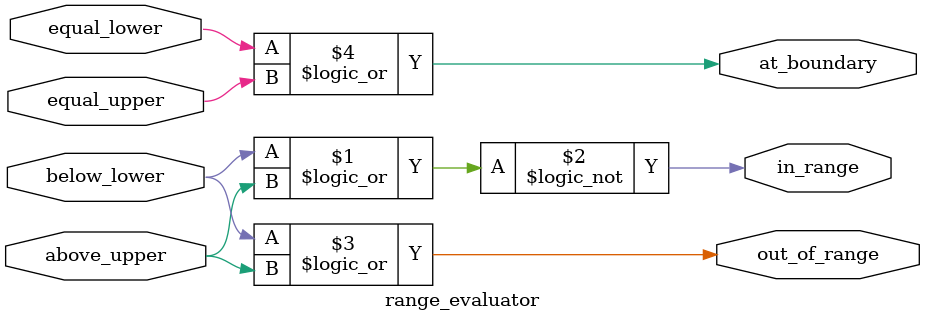
<source format=sv>
module window_comparator(
    input [11:0] data_value,
    input [11:0] lower_bound,
    input [11:0] upper_bound,
    output in_range,         // High when lower_bound ≤ data_value ≤ upper_bound
    output out_of_range,     // High when data_value < lower_bound OR data_value > upper_bound
    output at_boundary       // High when data_value equals either bound
);
    // Instantiate boundary comparison module
    boundary_comparator boundary_comp(
        .data_value(data_value),
        .lower_bound(lower_bound),
        .upper_bound(upper_bound),
        .below_lower(below_lower),
        .above_upper(above_upper),
        .equal_lower(equal_lower),
        .equal_upper(equal_upper)
    );
    
    // Instantiate range evaluation module
    range_evaluator range_eval(
        .below_lower(below_lower),
        .above_upper(above_upper),
        .equal_lower(equal_lower),
        .equal_upper(equal_upper),
        .in_range(in_range),
        .out_of_range(out_of_range),
        .at_boundary(at_boundary)
    );
endmodule

// Module for comparing data value with boundaries
module boundary_comparator(
    input [11:0] data_value,
    input [11:0] lower_bound,
    input [11:0] upper_bound,
    output below_lower,
    output above_upper,
    output equal_lower,
    output equal_upper
);
    // Range comparisons
    assign below_lower = (data_value < lower_bound);
    assign above_upper = (data_value > upper_bound);
    assign equal_lower = (data_value == lower_bound);
    assign equal_upper = (data_value == upper_bound);
endmodule

// Module for evaluating range conditions
module range_evaluator(
    input below_lower,
    input above_upper,
    input equal_lower,
    input equal_upper,
    output in_range,
    output out_of_range,
    output at_boundary
);
    // Output assignments
    assign in_range = !(below_lower || above_upper);
    assign out_of_range = below_lower || above_upper;
    assign at_boundary = equal_lower || equal_upper;
endmodule
</source>
